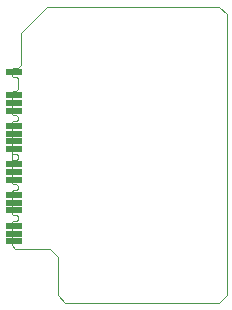
<source format=gbs>
G04 EAGLE Gerber X2 export*
%TF.Part,Single*%
%TF.FileFunction,Other,solder mask bottom*%
%TF.FilePolarity,Positive*%
%TF.GenerationSoftware,Autodesk,EAGLE,9.6.2*%
%TF.CreationDate,2022-04-17T11:55:35Z*%
G75*
%MOMM*%
%FSLAX34Y34*%
%LPD*%
%INsolder mask bottom*%
%AMOC8*
5,1,8,0,0,1.08239X$1,22.5*%
G01*
%ADD10C,0.000000*%
%ADD11R,1.451600X0.551600*%


D10*
X0Y-36000D02*
X3000Y-39000D01*
X32500Y-39000D01*
X39000Y-45500D01*
X39000Y-78000D01*
X45500Y-84500D01*
X175500Y-84500D01*
X182000Y-78000D01*
X182000Y159500D01*
X1000Y114500D02*
X0Y113500D01*
X0Y107500D01*
X0Y94000D02*
X0Y75000D01*
X1000Y74000D01*
X4000Y74000D01*
X5000Y73000D01*
X5000Y70000D02*
X4000Y69000D01*
X1000Y69000D01*
X0Y68000D01*
X5000Y70000D02*
X5000Y73000D01*
X0Y68000D02*
X0Y42500D01*
X1000Y41500D01*
X4000Y41500D01*
X5000Y40500D01*
X5000Y37500D02*
X4000Y36500D01*
X1000Y36500D01*
X0Y35500D01*
X5000Y37500D02*
X5000Y40500D01*
X0Y42000D02*
X0Y35500D01*
X0Y16500D02*
X1000Y15500D01*
X4000Y15500D01*
X5000Y14500D01*
X5000Y11500D02*
X4000Y10500D01*
X1000Y10500D01*
X0Y9500D01*
X5000Y11500D02*
X5000Y14500D01*
X0Y-16500D02*
X0Y-36000D01*
X0Y-9500D02*
X0Y9500D01*
X0Y16500D02*
X0Y35500D01*
X0Y-9500D02*
X1000Y-10500D01*
X4000Y-10500D02*
X5000Y-11500D01*
X4000Y-10500D02*
X1000Y-10500D01*
X5000Y-11500D02*
X5000Y-14500D01*
X4000Y-15500D01*
X1000Y-15500D01*
X0Y-16500D01*
X1000Y106500D02*
X0Y107500D01*
X1000Y106500D02*
X4000Y106500D01*
X5000Y105500D01*
X5000Y96000D01*
X4000Y95000D01*
X1000Y95000D01*
X0Y94000D01*
X1000Y114500D02*
X5000Y114500D01*
X7500Y117000D01*
X7500Y144000D01*
X29500Y166000D01*
X175500Y166000D01*
X182000Y159500D01*
D11*
X2000Y91000D03*
X2000Y84500D03*
X2000Y78000D03*
X2000Y65000D03*
X2000Y58500D03*
X2000Y52000D03*
X2000Y45500D03*
X2000Y32500D03*
X2000Y26000D03*
X2000Y19500D03*
X2000Y6500D03*
X2000Y0D03*
X2000Y-6500D03*
X2000Y-19500D03*
X2000Y-26000D03*
X2000Y-32500D03*
X2000Y110500D03*
M02*

</source>
